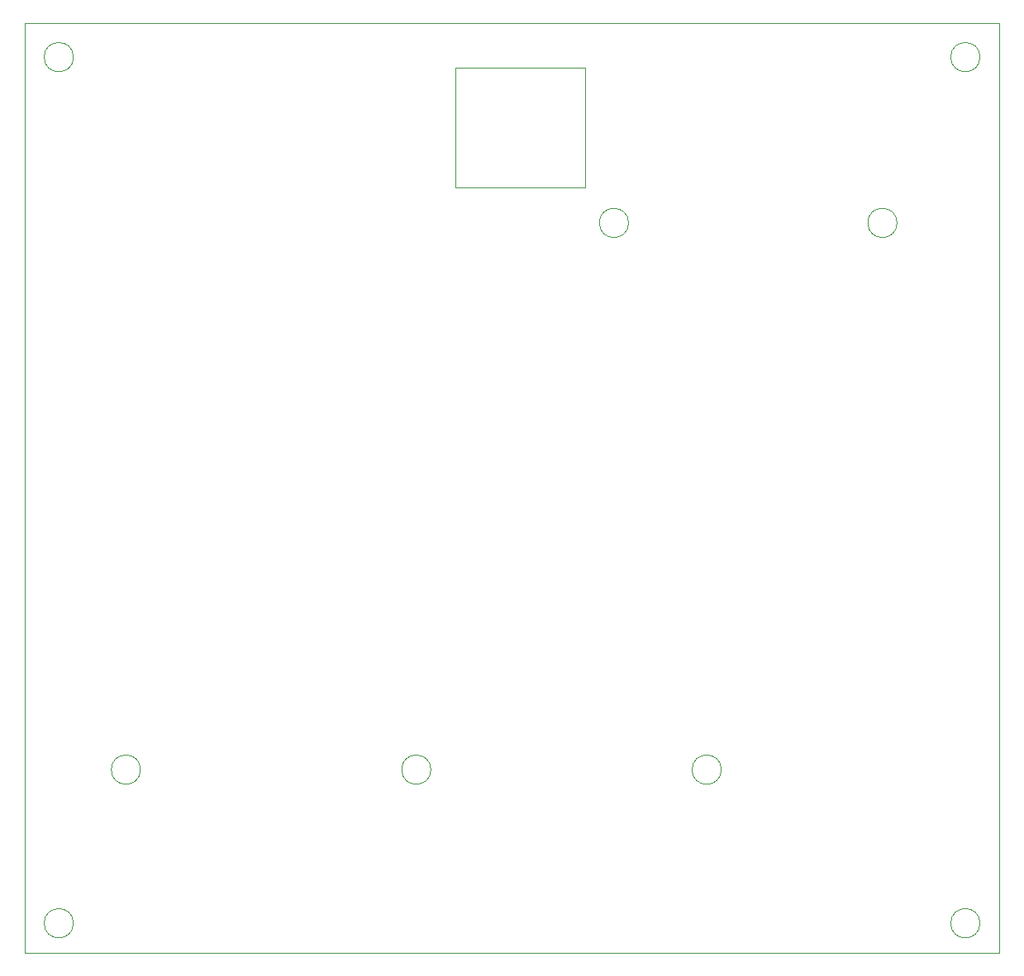
<source format=gbr>
%TF.GenerationSoftware,KiCad,Pcbnew,(5.1.9-0-10_14)*%
%TF.CreationDate,2021-05-25T14:21:41-07:00*%
%TF.ProjectId,tp_radio_board,74705f72-6164-4696-9f5f-626f6172642e,rev?*%
%TF.SameCoordinates,Original*%
%TF.FileFunction,Profile,NP*%
%FSLAX46Y46*%
G04 Gerber Fmt 4.6, Leading zero omitted, Abs format (unit mm)*
G04 Created by KiCad (PCBNEW (5.1.9-0-10_14)) date 2021-05-25 14:21:41*
%MOMM*%
%LPD*%
G01*
G04 APERTURE LIST*
%TA.AperFunction,Profile*%
%ADD10C,0.050000*%
%TD*%
G04 APERTURE END LIST*
D10*
X34090000Y-170350000D02*
G75*
G03*
X34090000Y-170350000I-1500000J0D01*
G01*
X63840000Y-170350000D02*
G75*
G03*
X63840000Y-170350000I-1500000J0D01*
G01*
X93590000Y-170350000D02*
G75*
G03*
X93590000Y-170350000I-1500000J0D01*
G01*
X111590000Y-114290000D02*
G75*
G03*
X111590000Y-114290000I-1500000J0D01*
G01*
X84090000Y-114290000D02*
G75*
G03*
X84090000Y-114290000I-1500000J0D01*
G01*
X27220000Y-97290000D02*
G75*
G03*
X27220000Y-97290000I-1500000J0D01*
G01*
X27220000Y-186100000D02*
G75*
G03*
X27220000Y-186100000I-1500000J0D01*
G01*
X120090000Y-97290000D02*
G75*
G03*
X120090000Y-97290000I-1500000J0D01*
G01*
X120090000Y-186100000D02*
G75*
G03*
X120090000Y-186100000I-1500000J0D01*
G01*
X22220000Y-189100000D02*
X122090000Y-189100000D01*
X22220000Y-93790000D02*
X122090000Y-93790000D01*
X122090000Y-93790000D02*
X122090000Y-189100000D01*
X22220000Y-93790000D02*
X22220000Y-189100000D01*
X79610000Y-98400000D02*
X66370000Y-98400000D01*
X79610000Y-110620000D02*
X79610000Y-98400000D01*
X66370000Y-110620000D02*
X79610000Y-110620000D01*
X66370000Y-98400000D02*
X66370000Y-110620000D01*
M02*

</source>
